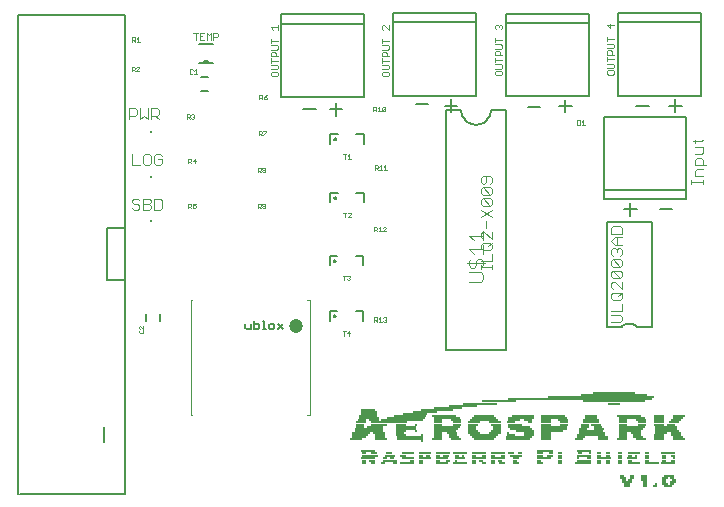
<source format=gto>
G75*
%MOIN*%
%OFA0B0*%
%FSLAX24Y24*%
%IPPOS*%
%LPD*%
%AMOC8*
5,1,8,0,0,1.08239X$1,22.5*
%
%ADD10R,0.0160X0.0080*%
%ADD11R,0.0480X0.0080*%
%ADD12R,0.0400X0.0080*%
%ADD13R,0.0240X0.0080*%
%ADD14R,0.0560X0.0080*%
%ADD15R,0.0080X0.0080*%
%ADD16R,0.0320X0.0080*%
%ADD17R,0.0210X0.0070*%
%ADD18R,0.0140X0.0070*%
%ADD19R,0.0280X0.0070*%
%ADD20R,0.0070X0.0070*%
%ADD21R,0.0350X0.0070*%
%ADD22R,0.0420X0.0070*%
%ADD23R,0.0910X0.0070*%
%ADD24R,0.0700X0.0070*%
%ADD25R,0.0840X0.0070*%
%ADD26R,0.0490X0.0070*%
%ADD27R,0.0560X0.0070*%
%ADD28R,0.0980X0.0070*%
%ADD29R,0.0630X0.0070*%
%ADD30R,0.0770X0.0070*%
%ADD31R,0.1190X0.0070*%
%ADD32R,0.1400X0.0070*%
%ADD33R,0.1260X0.0070*%
%ADD34R,0.1050X0.0070*%
%ADD35R,0.1120X0.0070*%
%ADD36R,0.2100X0.0070*%
%ADD37R,0.4830X0.0070*%
%ADD38R,0.3570X0.0070*%
%ADD39R,0.2240X0.0070*%
%ADD40C,0.0060*%
%ADD41C,0.0030*%
%ADD42C,0.0010*%
%ADD43C,0.0020*%
%ADD44C,0.0080*%
%ADD45C,0.0039*%
%ADD46C,0.0050*%
%ADD47C,0.0472*%
%ADD48R,0.0079X0.0079*%
%ADD49C,0.0040*%
D10*
X012280Y001815D03*
X012280Y001895D03*
X012600Y001815D03*
X012920Y001815D03*
X013000Y001975D03*
X013240Y001975D03*
X013320Y001815D03*
X013880Y001895D03*
X014200Y001895D03*
X014200Y001815D03*
X014200Y002055D03*
X014440Y002055D03*
X014760Y002055D03*
X014760Y001895D03*
X015080Y001895D03*
X015400Y002055D03*
X015960Y002055D03*
X015960Y001895D03*
X015960Y001815D03*
X016200Y001895D03*
X016280Y001815D03*
X016280Y002055D03*
X016600Y002055D03*
X016600Y001895D03*
X016600Y001815D03*
X016840Y001895D03*
X016920Y002055D03*
X017320Y001895D03*
X017480Y002135D03*
X018120Y001895D03*
X018520Y002135D03*
X018840Y002135D03*
X018840Y002055D03*
X018840Y001975D03*
X018840Y001895D03*
X018840Y001815D03*
X019480Y002135D03*
X019800Y001975D03*
X020120Y001895D03*
X020120Y001815D03*
X020120Y002055D03*
X020120Y002135D03*
X020440Y002135D03*
X020440Y002055D03*
X020440Y001895D03*
X020440Y001815D03*
X020840Y001815D03*
X020840Y001895D03*
X020840Y001975D03*
X020840Y002055D03*
X020840Y002135D03*
X021160Y002055D03*
X021160Y001895D03*
X021720Y001895D03*
X021720Y001975D03*
X021720Y002055D03*
X021720Y002135D03*
X022280Y002055D03*
X022280Y001975D03*
X022280Y001895D03*
X022600Y001895D03*
X022600Y002055D03*
X012280Y002135D03*
D11*
X012440Y002215D03*
X012440Y001975D03*
X013160Y001895D03*
X013720Y001815D03*
X014920Y002135D03*
X015480Y002135D03*
X015480Y001815D03*
X016120Y001975D03*
X016120Y002135D03*
X016760Y002135D03*
X016760Y001975D03*
X018280Y001975D03*
X019640Y001895D03*
X019640Y002055D03*
X019640Y002215D03*
X020280Y001975D03*
X021880Y001815D03*
X022440Y001815D03*
X022440Y002135D03*
D12*
X021280Y002135D03*
X021280Y001815D03*
X017360Y002055D03*
X014880Y001975D03*
X014880Y001815D03*
X014320Y001975D03*
X014320Y002135D03*
X013760Y002135D03*
X013760Y001975D03*
D13*
X013600Y002055D03*
X013120Y002135D03*
X012640Y002135D03*
X012560Y001895D03*
X015040Y002055D03*
X016880Y001815D03*
X017200Y002135D03*
X017360Y001975D03*
X017360Y001815D03*
X018160Y001815D03*
X018160Y002055D03*
X018160Y002135D03*
X018480Y002055D03*
D14*
X018320Y002215D03*
X019600Y001815D03*
X012480Y002055D03*
D15*
X015360Y001895D03*
X015600Y002055D03*
X019440Y001975D03*
X019840Y002135D03*
X021360Y002055D03*
X022640Y001975D03*
D16*
X021240Y001975D03*
X015480Y001975D03*
X013160Y002055D03*
D17*
X020921Y001316D03*
X021061Y001106D03*
X021061Y001036D03*
X021621Y001246D03*
X021621Y001316D03*
X021621Y001386D03*
X022321Y001316D03*
X022321Y001106D03*
X022601Y001176D03*
D18*
X022566Y001106D03*
X022636Y001246D03*
X022566Y001316D03*
X022286Y001246D03*
X022286Y001176D03*
X022006Y001036D03*
X021656Y001036D03*
X021656Y001106D03*
X021656Y001176D03*
X021236Y001316D03*
X021236Y001386D03*
X021166Y001246D03*
X020956Y001246D03*
X020886Y001386D03*
X017840Y003170D03*
D19*
X017770Y003240D03*
X017210Y003170D03*
X016720Y003030D03*
X016720Y002960D03*
X017210Y002750D03*
X015880Y002960D03*
X015880Y003030D03*
X015390Y003100D03*
X015390Y003170D03*
X015250Y002750D03*
X014760Y002750D03*
X014760Y002680D03*
X014760Y002820D03*
X014760Y003100D03*
X014760Y003170D03*
X014760Y003240D03*
X013500Y002820D03*
X012240Y003240D03*
X012170Y003100D03*
X012170Y003030D03*
X018960Y003100D03*
X018960Y003170D03*
X019590Y002960D03*
X019660Y003030D03*
X019660Y003100D03*
X020080Y003030D03*
X019520Y002680D03*
X019450Y002610D03*
X020920Y002680D03*
X020920Y002750D03*
X020920Y002820D03*
X020920Y003100D03*
X020920Y003170D03*
X020920Y003240D03*
X021550Y003170D03*
X021550Y003100D03*
X021410Y002750D03*
X022530Y003100D03*
X022426Y001036D03*
D20*
X022041Y001106D03*
X017105Y002820D03*
X014235Y002750D03*
X014235Y002540D03*
X014025Y002890D03*
X014025Y003100D03*
D21*
X013535Y003100D03*
X013535Y002890D03*
X013535Y002750D03*
X012835Y002750D03*
X012835Y002680D03*
X012625Y003240D03*
X012205Y003170D03*
X014725Y002610D03*
X015215Y002820D03*
X015285Y002680D03*
X015355Y002610D03*
X015915Y002890D03*
X015915Y003100D03*
X015355Y003240D03*
X016685Y003100D03*
X016685Y002890D03*
X017805Y002820D03*
X017805Y002750D03*
X018365Y002750D03*
X018365Y002680D03*
X018365Y002610D03*
X018365Y002820D03*
X018365Y003100D03*
X018365Y003170D03*
X018365Y003240D03*
X018925Y003240D03*
X020045Y003100D03*
X020115Y002960D03*
X020255Y002680D03*
X020255Y002610D03*
X020885Y002610D03*
X021375Y002820D03*
X021445Y002680D03*
X021515Y002610D03*
X022145Y002610D03*
X022145Y002680D03*
X022145Y002750D03*
X022145Y003100D03*
X022145Y003170D03*
X022145Y003240D03*
X022145Y003310D03*
X022145Y003380D03*
X022635Y003170D03*
X022705Y003240D03*
X022775Y003310D03*
X022705Y002820D03*
X022705Y002750D03*
X022775Y002680D03*
X021515Y003240D03*
X022461Y001386D03*
X021061Y001176D03*
D22*
X022810Y002610D03*
X022180Y002820D03*
X022810Y003380D03*
X020640Y003800D03*
X019870Y003380D03*
X019870Y003310D03*
X017280Y003240D03*
X016650Y003170D03*
X016650Y002820D03*
X015950Y002820D03*
X015950Y003170D03*
X012870Y002610D03*
X012800Y002820D03*
X012030Y002610D03*
D23*
X013815Y002610D03*
X013815Y002680D03*
X015075Y003030D03*
X015075Y003310D03*
X017525Y003310D03*
X017455Y002680D03*
X018645Y002960D03*
X018645Y003030D03*
X018645Y003310D03*
X019905Y002820D03*
X021235Y003030D03*
X021235Y003310D03*
D24*
X016300Y003380D03*
X016300Y002610D03*
X013710Y002960D03*
X013710Y003030D03*
X012450Y003310D03*
D25*
X013990Y003450D03*
X014340Y003520D03*
X014970Y003380D03*
X015040Y002960D03*
X016300Y002680D03*
X016300Y003310D03*
X017420Y002610D03*
X018610Y003380D03*
X019870Y002890D03*
X021130Y003380D03*
X021200Y002960D03*
X022390Y002890D03*
D26*
X017315Y003100D03*
X012415Y003590D03*
X012135Y002680D03*
D27*
X012170Y002750D03*
X012660Y003030D03*
X012800Y003100D03*
X012450Y003450D03*
X012450Y003520D03*
X019870Y003240D03*
X019870Y003170D03*
D28*
X019870Y002750D03*
X016300Y002750D03*
X016300Y003240D03*
X015600Y003730D03*
X015110Y003660D03*
X012450Y002960D03*
X012450Y002890D03*
D29*
X012205Y002820D03*
X012415Y003380D03*
X017665Y002890D03*
D30*
X017525Y002960D03*
X017455Y003030D03*
X017595Y003380D03*
X018575Y002890D03*
X021165Y002890D03*
X022355Y002960D03*
X022355Y003030D03*
X015005Y002890D03*
D31*
X013115Y003170D03*
D32*
X013570Y003240D03*
X020640Y004150D03*
D33*
X013710Y003310D03*
D34*
X013815Y003380D03*
X014725Y003590D03*
D35*
X016160Y003800D03*
X016790Y003870D03*
D36*
X020640Y003870D03*
D37*
X019485Y003940D03*
D38*
X020185Y004010D03*
D39*
X020640Y004080D03*
D40*
X021168Y010057D02*
X021168Y010484D01*
X021381Y010270D02*
X020954Y010270D01*
X022148Y010294D02*
X022575Y010294D01*
X022672Y013521D02*
X022672Y013948D01*
X022885Y013734D02*
X022458Y013734D01*
X021795Y013733D02*
X021368Y013733D01*
X019217Y013715D02*
X018790Y013715D01*
X019004Y013502D02*
X019004Y013929D01*
X018174Y013701D02*
X017747Y013701D01*
X015413Y013726D02*
X014986Y013726D01*
X015200Y013513D02*
X015200Y013940D01*
X014441Y013770D02*
X014014Y013770D01*
X011575Y013611D02*
X011148Y013611D01*
X011362Y013398D02*
X011362Y013825D01*
X010682Y013622D02*
X010255Y013622D01*
X007098Y014219D02*
X006862Y014219D01*
X006862Y014691D02*
X007098Y014691D01*
X005490Y006791D02*
X005490Y006555D01*
X005018Y006555D02*
X005018Y006791D01*
D41*
X005119Y010264D02*
X004934Y010264D01*
X004934Y010634D01*
X005119Y010634D01*
X005181Y010573D01*
X005181Y010511D01*
X005119Y010449D01*
X004934Y010449D01*
X004813Y010387D02*
X004813Y010326D01*
X004751Y010264D01*
X004628Y010264D01*
X004566Y010326D01*
X004628Y010449D02*
X004751Y010449D01*
X004813Y010387D01*
X004813Y010573D02*
X004751Y010634D01*
X004628Y010634D01*
X004566Y010573D01*
X004566Y010511D01*
X004628Y010449D01*
X005119Y010449D02*
X005181Y010387D01*
X005181Y010326D01*
X005119Y010264D01*
X005303Y010264D02*
X005488Y010264D01*
X005550Y010326D01*
X005550Y010573D01*
X005488Y010634D01*
X005303Y010634D01*
X005303Y010264D01*
X005370Y011751D02*
X005309Y011813D01*
X005309Y012060D01*
X005370Y012121D01*
X005494Y012121D01*
X005556Y012060D01*
X005556Y011936D02*
X005432Y011936D01*
X005556Y011936D02*
X005556Y011813D01*
X005494Y011751D01*
X005370Y011751D01*
X005187Y011813D02*
X005187Y012060D01*
X005125Y012121D01*
X005002Y012121D01*
X004940Y012060D01*
X004940Y011813D01*
X005002Y011751D01*
X005125Y011751D01*
X005187Y011813D01*
X004819Y011751D02*
X004572Y011751D01*
X004572Y012121D01*
X004467Y013269D02*
X004467Y013639D01*
X004652Y013639D01*
X004714Y013578D01*
X004714Y013454D01*
X004652Y013392D01*
X004467Y013392D01*
X004835Y013269D02*
X004959Y013392D01*
X005082Y013269D01*
X005082Y013639D01*
X005204Y013639D02*
X005389Y013639D01*
X005451Y013578D01*
X005451Y013454D01*
X005389Y013392D01*
X005204Y013392D01*
X005204Y013269D02*
X005204Y013639D01*
X005327Y013392D02*
X005451Y013269D01*
X004835Y013269D02*
X004835Y013639D01*
X016189Y011310D02*
X016189Y011187D01*
X016251Y011125D01*
X016312Y011125D01*
X016374Y011187D01*
X016374Y011372D01*
X016497Y011372D02*
X016251Y011372D01*
X016189Y011310D01*
X016497Y011372D02*
X016559Y011310D01*
X016559Y011187D01*
X016497Y011125D01*
X016497Y011004D02*
X016251Y011004D01*
X016497Y010757D01*
X016559Y010818D01*
X016559Y010942D01*
X016497Y011004D01*
X016251Y011004D02*
X016189Y010942D01*
X016189Y010818D01*
X016251Y010757D01*
X016497Y010757D01*
X016497Y010635D02*
X016251Y010635D01*
X016497Y010388D01*
X016559Y010450D01*
X016559Y010574D01*
X016497Y010635D01*
X016251Y010635D02*
X016189Y010574D01*
X016189Y010450D01*
X016251Y010388D01*
X016497Y010388D01*
X016559Y010267D02*
X016189Y010020D01*
X016374Y009899D02*
X016374Y009652D01*
X016312Y009530D02*
X016251Y009530D01*
X016189Y009469D01*
X016189Y009345D01*
X016251Y009283D01*
X016251Y009162D02*
X016497Y009162D01*
X016559Y009100D01*
X016559Y008977D01*
X016497Y008915D01*
X016251Y008915D01*
X016189Y008977D01*
X016189Y009100D01*
X016251Y009162D01*
X016436Y009039D02*
X016559Y009162D01*
X016559Y009283D02*
X016312Y009530D01*
X016559Y009530D02*
X016559Y009283D01*
X016559Y008794D02*
X016559Y008547D01*
X016189Y008547D01*
X016189Y008425D02*
X016189Y008301D01*
X016189Y008363D02*
X016559Y008363D01*
X016559Y008301D02*
X016559Y008425D01*
X016559Y010020D02*
X016189Y010267D01*
X020532Y009646D02*
X020532Y009461D01*
X020902Y009461D01*
X020902Y009646D01*
X020841Y009708D01*
X020594Y009708D01*
X020532Y009646D01*
X020656Y009339D02*
X020902Y009339D01*
X020717Y009339D02*
X020717Y009093D01*
X020656Y009093D02*
X020902Y009093D01*
X020841Y008971D02*
X020902Y008909D01*
X020902Y008786D01*
X020841Y008724D01*
X020841Y008603D02*
X020902Y008541D01*
X020902Y008418D01*
X020841Y008356D01*
X020594Y008603D01*
X020841Y008603D01*
X020594Y008603D02*
X020532Y008541D01*
X020532Y008418D01*
X020594Y008356D01*
X020841Y008356D01*
X020841Y008234D02*
X020902Y008173D01*
X020902Y008049D01*
X020841Y007988D01*
X020594Y008234D01*
X020841Y008234D01*
X020594Y008234D02*
X020532Y008173D01*
X020532Y008049D01*
X020594Y007988D01*
X020841Y007988D01*
X020902Y007866D02*
X020902Y007619D01*
X020656Y007866D01*
X020594Y007866D01*
X020532Y007804D01*
X020532Y007681D01*
X020594Y007619D01*
X020594Y007498D02*
X020841Y007498D01*
X020902Y007436D01*
X020902Y007313D01*
X020841Y007251D01*
X020594Y007251D01*
X020532Y007313D01*
X020532Y007436D01*
X020594Y007498D01*
X020779Y007374D02*
X020902Y007498D01*
X020902Y007130D02*
X020902Y006883D01*
X020532Y006883D01*
X020532Y006761D02*
X020841Y006761D01*
X020902Y006699D01*
X020902Y006576D01*
X020841Y006514D01*
X020532Y006514D01*
X020594Y008724D02*
X020532Y008786D01*
X020532Y008909D01*
X020594Y008971D01*
X020656Y008971D01*
X020717Y008909D01*
X020779Y008971D01*
X020841Y008971D01*
X020717Y008909D02*
X020717Y008848D01*
X020656Y009093D02*
X020532Y009216D01*
X020656Y009339D01*
X023210Y011123D02*
X023210Y011246D01*
X023210Y011185D02*
X023580Y011185D01*
X023580Y011246D02*
X023580Y011123D01*
X023580Y011369D02*
X023333Y011369D01*
X023333Y011554D01*
X023395Y011615D01*
X023580Y011615D01*
X023580Y011737D02*
X023580Y011922D01*
X023518Y011984D01*
X023395Y011984D01*
X023333Y011922D01*
X023333Y011737D01*
X023703Y011737D01*
X023518Y012105D02*
X023333Y012105D01*
X023518Y012105D02*
X023580Y012167D01*
X023580Y012352D01*
X023333Y012352D01*
X023333Y012473D02*
X023333Y012597D01*
X023271Y012535D02*
X023518Y012535D01*
X023580Y012597D01*
D42*
X019657Y013085D02*
X019557Y013085D01*
X019607Y013085D02*
X019607Y013235D01*
X019557Y013185D01*
X019510Y013210D02*
X019485Y013235D01*
X019410Y013235D01*
X019410Y013085D01*
X019485Y013085D01*
X019510Y013110D01*
X019510Y013210D01*
X013005Y013560D02*
X012980Y013535D01*
X012930Y013535D01*
X012905Y013560D01*
X013005Y013660D01*
X013005Y013560D01*
X013005Y013660D02*
X012980Y013685D01*
X012930Y013685D01*
X012905Y013660D01*
X012905Y013560D01*
X012857Y013535D02*
X012757Y013535D01*
X012710Y013535D02*
X012660Y013585D01*
X012685Y013585D02*
X012610Y013585D01*
X012610Y013535D02*
X012610Y013685D01*
X012685Y013685D01*
X012710Y013660D01*
X012710Y013610D01*
X012685Y013585D01*
X012757Y013635D02*
X012807Y013685D01*
X012807Y013535D01*
X011807Y012110D02*
X011807Y011960D01*
X011757Y011960D02*
X011857Y011960D01*
X011757Y012060D02*
X011807Y012110D01*
X011710Y012110D02*
X011610Y012110D01*
X011660Y012110D02*
X011660Y011960D01*
X012660Y011735D02*
X012660Y011585D01*
X012660Y011635D02*
X012735Y011635D01*
X012760Y011660D01*
X012760Y011710D01*
X012735Y011735D01*
X012660Y011735D01*
X012710Y011635D02*
X012760Y011585D01*
X012807Y011585D02*
X012907Y011585D01*
X012955Y011585D02*
X013055Y011585D01*
X013005Y011585D02*
X013005Y011735D01*
X012955Y011685D01*
X012857Y011735D02*
X012857Y011585D01*
X012807Y011685D02*
X012857Y011735D01*
X011832Y010160D02*
X011782Y010160D01*
X011757Y010135D01*
X011710Y010160D02*
X011610Y010160D01*
X011660Y010160D02*
X011660Y010010D01*
X011757Y010010D02*
X011857Y010110D01*
X011857Y010135D01*
X011832Y010160D01*
X011857Y010010D02*
X011757Y010010D01*
X012635Y009685D02*
X012635Y009535D01*
X012635Y009585D02*
X012710Y009585D01*
X012735Y009610D01*
X012735Y009660D01*
X012710Y009685D01*
X012635Y009685D01*
X012685Y009585D02*
X012735Y009535D01*
X012782Y009535D02*
X012882Y009535D01*
X012930Y009535D02*
X013030Y009635D01*
X013030Y009660D01*
X013005Y009685D01*
X012955Y009685D01*
X012930Y009660D01*
X012832Y009685D02*
X012832Y009535D01*
X012930Y009535D02*
X013030Y009535D01*
X012832Y009685D02*
X012782Y009635D01*
X011807Y008060D02*
X011832Y008035D01*
X011832Y008010D01*
X011807Y007985D01*
X011832Y007960D01*
X011832Y007935D01*
X011807Y007910D01*
X011757Y007910D01*
X011732Y007935D01*
X011782Y007985D02*
X011807Y007985D01*
X011807Y008060D02*
X011757Y008060D01*
X011732Y008035D01*
X011685Y008060D02*
X011585Y008060D01*
X011635Y008060D02*
X011635Y007910D01*
X012645Y006675D02*
X012720Y006675D01*
X012745Y006650D01*
X012745Y006600D01*
X012720Y006575D01*
X012645Y006575D01*
X012645Y006525D02*
X012645Y006675D01*
X012695Y006575D02*
X012745Y006525D01*
X012792Y006525D02*
X012892Y006525D01*
X012842Y006525D02*
X012842Y006675D01*
X012792Y006625D01*
X012940Y006650D02*
X012965Y006675D01*
X013015Y006675D01*
X013040Y006650D01*
X013040Y006625D01*
X013015Y006600D01*
X013040Y006575D01*
X013040Y006550D01*
X013015Y006525D01*
X012965Y006525D01*
X012940Y006550D01*
X012990Y006600D02*
X013015Y006600D01*
X011807Y006210D02*
X011807Y006060D01*
X011832Y006135D02*
X011732Y006135D01*
X011807Y006210D01*
X011685Y006210D02*
X011585Y006210D01*
X011635Y006210D02*
X011635Y006060D01*
X008982Y010310D02*
X009007Y010335D01*
X009007Y010435D01*
X008982Y010460D01*
X008932Y010460D01*
X008907Y010435D01*
X008907Y010410D01*
X008932Y010385D01*
X009007Y010385D01*
X008982Y010310D02*
X008932Y010310D01*
X008907Y010335D01*
X008860Y010310D02*
X008810Y010360D01*
X008835Y010360D02*
X008760Y010360D01*
X008760Y010310D02*
X008760Y010460D01*
X008835Y010460D01*
X008860Y010435D01*
X008860Y010385D01*
X008835Y010360D01*
X008860Y011510D02*
X008810Y011560D01*
X008835Y011560D02*
X008760Y011560D01*
X008760Y011510D02*
X008760Y011660D01*
X008835Y011660D01*
X008860Y011635D01*
X008860Y011585D01*
X008835Y011560D01*
X008907Y011560D02*
X008932Y011585D01*
X008982Y011585D01*
X009007Y011560D01*
X009007Y011535D01*
X008982Y011510D01*
X008932Y011510D01*
X008907Y011535D01*
X008907Y011560D01*
X008932Y011585D02*
X008907Y011610D01*
X008907Y011635D01*
X008932Y011660D01*
X008982Y011660D01*
X009007Y011635D01*
X009007Y011610D01*
X008982Y011585D01*
X008932Y012735D02*
X008932Y012760D01*
X009032Y012860D01*
X009032Y012885D01*
X008932Y012885D01*
X008885Y012860D02*
X008885Y012810D01*
X008860Y012785D01*
X008785Y012785D01*
X008785Y012735D02*
X008785Y012885D01*
X008860Y012885D01*
X008885Y012860D01*
X008835Y012785D02*
X008885Y012735D01*
X008910Y013935D02*
X008860Y013985D01*
X008885Y013985D02*
X008810Y013985D01*
X008810Y013935D02*
X008810Y014085D01*
X008885Y014085D01*
X008910Y014060D01*
X008910Y014010D01*
X008885Y013985D01*
X008957Y013960D02*
X008982Y013935D01*
X009032Y013935D01*
X009057Y013960D01*
X009057Y013985D01*
X009032Y014010D01*
X008957Y014010D01*
X008957Y013960D01*
X008957Y014010D02*
X009007Y014060D01*
X009057Y014085D01*
X006731Y014797D02*
X006631Y014797D01*
X006681Y014797D02*
X006681Y014947D01*
X006631Y014897D01*
X006583Y014922D02*
X006558Y014947D01*
X006508Y014947D01*
X006483Y014922D01*
X006483Y014822D01*
X006508Y014797D01*
X006558Y014797D01*
X006583Y014822D01*
X006557Y013435D02*
X006607Y013435D01*
X006632Y013410D01*
X006632Y013385D01*
X006607Y013360D01*
X006632Y013335D01*
X006632Y013310D01*
X006607Y013285D01*
X006557Y013285D01*
X006532Y013310D01*
X006485Y013285D02*
X006435Y013335D01*
X006460Y013335D02*
X006385Y013335D01*
X006385Y013285D02*
X006385Y013435D01*
X006460Y013435D01*
X006485Y013410D01*
X006485Y013360D01*
X006460Y013335D01*
X006532Y013410D02*
X006557Y013435D01*
X006582Y013360D02*
X006607Y013360D01*
X006657Y011960D02*
X006582Y011885D01*
X006682Y011885D01*
X006657Y011810D02*
X006657Y011960D01*
X006535Y011935D02*
X006535Y011885D01*
X006510Y011860D01*
X006435Y011860D01*
X006435Y011810D02*
X006435Y011960D01*
X006510Y011960D01*
X006535Y011935D01*
X006485Y011860D02*
X006535Y011810D01*
X006510Y010460D02*
X006535Y010435D01*
X006535Y010385D01*
X006510Y010360D01*
X006435Y010360D01*
X006435Y010310D02*
X006435Y010460D01*
X006510Y010460D01*
X006582Y010460D02*
X006582Y010385D01*
X006632Y010410D01*
X006657Y010410D01*
X006682Y010385D01*
X006682Y010335D01*
X006657Y010310D01*
X006607Y010310D01*
X006582Y010335D01*
X006535Y010310D02*
X006485Y010360D01*
X006582Y010460D02*
X006682Y010460D01*
X004941Y006392D02*
X004941Y006292D01*
X004841Y006392D01*
X004816Y006392D01*
X004791Y006367D01*
X004791Y006317D01*
X004816Y006292D01*
X004816Y006245D02*
X004791Y006220D01*
X004791Y006170D01*
X004816Y006145D01*
X004916Y006145D01*
X004941Y006170D01*
X004941Y006220D01*
X004916Y006245D01*
X004812Y014875D02*
X004712Y014875D01*
X004812Y014975D01*
X004812Y015000D01*
X004787Y015025D01*
X004737Y015025D01*
X004712Y015000D01*
X004665Y015000D02*
X004665Y014950D01*
X004640Y014925D01*
X004565Y014925D01*
X004565Y014875D02*
X004565Y015025D01*
X004640Y015025D01*
X004665Y015000D01*
X004615Y014925D02*
X004665Y014875D01*
X004675Y015865D02*
X004625Y015915D01*
X004650Y015915D02*
X004575Y015915D01*
X004575Y015865D02*
X004575Y016015D01*
X004650Y016015D01*
X004675Y015990D01*
X004675Y015940D01*
X004650Y015915D01*
X004722Y015865D02*
X004822Y015865D01*
X004772Y015865D02*
X004772Y016015D01*
X004722Y015965D01*
D43*
X006611Y016152D02*
X006758Y016152D01*
X006684Y016152D02*
X006684Y015931D01*
X006832Y015931D02*
X006832Y016152D01*
X006979Y016152D01*
X007053Y016152D02*
X007126Y016078D01*
X007200Y016152D01*
X007200Y015931D01*
X007274Y015931D02*
X007274Y016152D01*
X007384Y016152D01*
X007421Y016115D01*
X007421Y016042D01*
X007384Y016005D01*
X007274Y016005D01*
X007053Y015931D02*
X007053Y016152D01*
X006905Y016042D02*
X006832Y016042D01*
X006832Y015931D02*
X006979Y015931D01*
X009200Y015967D02*
X009200Y015820D01*
X009200Y015893D02*
X009420Y015893D01*
X009383Y015746D02*
X009200Y015746D01*
X009200Y015599D02*
X009383Y015599D01*
X009420Y015636D01*
X009420Y015709D01*
X009383Y015746D01*
X009310Y015525D02*
X009237Y015525D01*
X009200Y015488D01*
X009200Y015378D01*
X009420Y015378D01*
X009347Y015378D02*
X009347Y015488D01*
X009310Y015525D01*
X009200Y015304D02*
X009200Y015157D01*
X009200Y015230D02*
X009420Y015230D01*
X009383Y015083D02*
X009200Y015083D01*
X009200Y014936D02*
X009383Y014936D01*
X009420Y014973D01*
X009420Y015046D01*
X009383Y015083D01*
X009383Y014862D02*
X009237Y014862D01*
X009200Y014825D01*
X009200Y014752D01*
X009237Y014715D01*
X009383Y014715D01*
X009420Y014752D01*
X009420Y014825D01*
X009383Y014862D01*
X009420Y016262D02*
X009420Y016409D01*
X009420Y016335D02*
X009200Y016335D01*
X009273Y016262D01*
X012900Y016299D02*
X012937Y016262D01*
X012900Y016299D02*
X012900Y016372D01*
X012937Y016409D01*
X012973Y016409D01*
X013120Y016262D01*
X013120Y016409D01*
X012900Y015967D02*
X012900Y015820D01*
X012900Y015893D02*
X013120Y015893D01*
X013083Y015746D02*
X012900Y015746D01*
X012900Y015599D02*
X013083Y015599D01*
X013120Y015636D01*
X013120Y015709D01*
X013083Y015746D01*
X013010Y015525D02*
X013047Y015488D01*
X013047Y015378D01*
X013120Y015378D02*
X012900Y015378D01*
X012900Y015488D01*
X012937Y015525D01*
X013010Y015525D01*
X012900Y015304D02*
X012900Y015157D01*
X012900Y015230D02*
X013120Y015230D01*
X013083Y015083D02*
X012900Y015083D01*
X012900Y014936D02*
X013083Y014936D01*
X013120Y014973D01*
X013120Y015046D01*
X013083Y015083D01*
X013083Y014862D02*
X012937Y014862D01*
X012900Y014825D01*
X012900Y014752D01*
X012937Y014715D01*
X013083Y014715D01*
X013120Y014752D01*
X013120Y014825D01*
X013083Y014862D01*
X016675Y014850D02*
X016712Y014887D01*
X016858Y014887D01*
X016895Y014850D01*
X016895Y014777D01*
X016858Y014740D01*
X016712Y014740D01*
X016675Y014777D01*
X016675Y014850D01*
X016675Y014961D02*
X016858Y014961D01*
X016895Y014998D01*
X016895Y015071D01*
X016858Y015108D01*
X016675Y015108D01*
X016675Y015182D02*
X016675Y015329D01*
X016675Y015255D02*
X016895Y015255D01*
X016895Y015403D02*
X016675Y015403D01*
X016675Y015513D01*
X016712Y015550D01*
X016785Y015550D01*
X016822Y015513D01*
X016822Y015403D01*
X016858Y015624D02*
X016675Y015624D01*
X016675Y015771D02*
X016858Y015771D01*
X016895Y015734D01*
X016895Y015661D01*
X016858Y015624D01*
X016675Y015845D02*
X016675Y015992D01*
X016675Y015918D02*
X016895Y015918D01*
X016858Y016287D02*
X016895Y016324D01*
X016895Y016397D01*
X016858Y016434D01*
X016822Y016434D01*
X016785Y016397D01*
X016785Y016360D01*
X016785Y016397D02*
X016748Y016434D01*
X016712Y016434D01*
X016675Y016397D01*
X016675Y016324D01*
X016712Y016287D01*
X020400Y016422D02*
X020510Y016312D01*
X020510Y016459D01*
X020620Y016422D02*
X020400Y016422D01*
X020400Y016017D02*
X020400Y015870D01*
X020400Y015943D02*
X020620Y015943D01*
X020583Y015796D02*
X020400Y015796D01*
X020400Y015649D02*
X020583Y015649D01*
X020620Y015686D01*
X020620Y015759D01*
X020583Y015796D01*
X020510Y015575D02*
X020437Y015575D01*
X020400Y015538D01*
X020400Y015428D01*
X020620Y015428D01*
X020547Y015428D02*
X020547Y015538D01*
X020510Y015575D01*
X020400Y015354D02*
X020400Y015207D01*
X020400Y015280D02*
X020620Y015280D01*
X020583Y015133D02*
X020400Y015133D01*
X020400Y014986D02*
X020583Y014986D01*
X020620Y015023D01*
X020620Y015096D01*
X020583Y015133D01*
X020583Y014912D02*
X020437Y014912D01*
X020400Y014875D01*
X020400Y014802D01*
X020437Y014765D01*
X020583Y014765D01*
X020620Y014802D01*
X020620Y014875D01*
X020583Y014912D01*
D44*
X000778Y016746D02*
X000778Y000794D01*
X000818Y000794D02*
X004322Y000794D01*
X004322Y007904D01*
X003731Y007904D01*
X003731Y009636D01*
X004322Y009636D01*
X004322Y007904D01*
X004322Y009636D02*
X004322Y016746D01*
X000778Y016746D01*
X009538Y016772D02*
X009538Y016457D01*
X012294Y016457D01*
X012294Y014016D01*
X009538Y014016D01*
X009538Y016457D01*
X009538Y016772D02*
X012294Y016772D01*
X012294Y016457D01*
X013263Y016507D02*
X016019Y016507D01*
X016019Y014066D01*
X013263Y014066D01*
X013263Y016507D01*
X013263Y016822D01*
X016019Y016822D01*
X016019Y016507D01*
X017038Y016482D02*
X019794Y016482D01*
X019794Y014041D01*
X017038Y014041D01*
X017038Y016482D01*
X017038Y016797D01*
X019794Y016797D01*
X019794Y016482D01*
X020763Y016507D02*
X023519Y016507D01*
X023519Y014066D01*
X020763Y014066D01*
X020763Y016507D01*
X020763Y016822D01*
X023519Y016822D01*
X023519Y016507D01*
X023045Y013366D02*
X020289Y013366D01*
X020289Y010925D01*
X023045Y010925D01*
X023045Y010610D01*
X020289Y010610D01*
X020289Y010925D01*
X023045Y010925D02*
X023045Y013366D01*
X012281Y012781D02*
X012281Y012466D01*
X012281Y012781D02*
X012045Y012781D01*
X011415Y012781D02*
X011179Y012781D01*
X011179Y012466D01*
X011179Y010831D02*
X011179Y010516D01*
X011179Y010831D02*
X011415Y010831D01*
X012045Y010831D02*
X012281Y010831D01*
X012281Y010516D01*
X012256Y008731D02*
X012020Y008731D01*
X012256Y008731D02*
X012256Y008416D01*
X011390Y008731D02*
X011154Y008731D01*
X011154Y008416D01*
X011154Y006881D02*
X011154Y006566D01*
X011154Y006881D02*
X011390Y006881D01*
X012020Y006881D02*
X012256Y006881D01*
X012256Y006566D01*
X003643Y003020D02*
X003643Y002520D01*
D45*
X006514Y003422D02*
X006573Y003422D01*
X006514Y003422D02*
X006514Y007240D01*
X006573Y007240D01*
X010392Y007240D02*
X010490Y007240D01*
X010490Y003422D01*
X010392Y003422D01*
D46*
X009596Y006280D02*
X009416Y006460D01*
X009301Y006415D02*
X009256Y006460D01*
X009166Y006460D01*
X009121Y006415D01*
X009121Y006325D01*
X009166Y006280D01*
X009256Y006280D01*
X009301Y006325D01*
X009301Y006415D01*
X009416Y006280D02*
X009596Y006460D01*
X009015Y006280D02*
X008925Y006280D01*
X008970Y006280D02*
X008970Y006550D01*
X008925Y006550D01*
X008810Y006415D02*
X008765Y006460D01*
X008630Y006460D01*
X008630Y006550D02*
X008630Y006280D01*
X008765Y006280D01*
X008810Y006325D01*
X008810Y006415D01*
X008516Y006460D02*
X008516Y006280D01*
X008380Y006280D01*
X008335Y006325D01*
X008335Y006460D01*
X011283Y006703D02*
X011285Y006714D01*
X011290Y006724D01*
X011299Y006731D01*
X011309Y006735D01*
X011321Y006735D01*
X011331Y006731D01*
X011340Y006724D01*
X011345Y006714D01*
X011347Y006703D01*
X011345Y006692D01*
X011340Y006682D01*
X011331Y006675D01*
X011321Y006671D01*
X011309Y006671D01*
X011299Y006675D01*
X011290Y006682D01*
X011285Y006692D01*
X011283Y006703D01*
X011283Y008553D02*
X011285Y008564D01*
X011290Y008574D01*
X011299Y008581D01*
X011309Y008585D01*
X011321Y008585D01*
X011331Y008581D01*
X011340Y008574D01*
X011345Y008564D01*
X011347Y008553D01*
X011345Y008542D01*
X011340Y008532D01*
X011331Y008525D01*
X011321Y008521D01*
X011309Y008521D01*
X011299Y008525D01*
X011290Y008532D01*
X011285Y008542D01*
X011283Y008553D01*
X011308Y010653D02*
X011310Y010664D01*
X011315Y010674D01*
X011324Y010681D01*
X011334Y010685D01*
X011346Y010685D01*
X011356Y010681D01*
X011365Y010674D01*
X011370Y010664D01*
X011372Y010653D01*
X011370Y010642D01*
X011365Y010632D01*
X011356Y010625D01*
X011346Y010621D01*
X011334Y010621D01*
X011324Y010625D01*
X011315Y010632D01*
X011310Y010642D01*
X011308Y010653D01*
X011308Y012603D02*
X011310Y012614D01*
X011315Y012624D01*
X011324Y012631D01*
X011334Y012635D01*
X011346Y012635D01*
X011356Y012631D01*
X011365Y012624D01*
X011370Y012614D01*
X011372Y012603D01*
X011370Y012592D01*
X011365Y012582D01*
X011356Y012575D01*
X011346Y012571D01*
X011334Y012571D01*
X011324Y012575D01*
X011315Y012582D01*
X011310Y012592D01*
X011308Y012603D01*
X015030Y013595D02*
X015530Y013595D01*
X015532Y013551D01*
X015538Y013508D01*
X015547Y013466D01*
X015560Y013424D01*
X015577Y013384D01*
X015597Y013345D01*
X015620Y013308D01*
X015647Y013274D01*
X015676Y013241D01*
X015709Y013212D01*
X015743Y013185D01*
X015780Y013162D01*
X015819Y013142D01*
X015859Y013125D01*
X015901Y013112D01*
X015943Y013103D01*
X015986Y013097D01*
X016030Y013095D01*
X016074Y013097D01*
X016117Y013103D01*
X016159Y013112D01*
X016201Y013125D01*
X016241Y013142D01*
X016280Y013162D01*
X016317Y013185D01*
X016351Y013212D01*
X016384Y013241D01*
X016413Y013274D01*
X016440Y013308D01*
X016463Y013345D01*
X016483Y013384D01*
X016500Y013424D01*
X016513Y013466D01*
X016522Y013508D01*
X016528Y013551D01*
X016530Y013595D01*
X017030Y013595D01*
X017030Y005595D01*
X015030Y005595D01*
X015030Y013595D01*
X020380Y009855D02*
X020380Y006355D01*
X020880Y006355D01*
X020907Y006380D01*
X020937Y006402D01*
X020969Y006420D01*
X021003Y006435D01*
X021038Y006447D01*
X021075Y006455D01*
X021111Y006459D01*
X021149Y006459D01*
X021185Y006455D01*
X021222Y006447D01*
X021257Y006435D01*
X021291Y006420D01*
X021323Y006402D01*
X021353Y006380D01*
X021380Y006355D01*
X021880Y006355D01*
X021880Y009855D01*
X020380Y009855D01*
X007266Y015140D02*
X006794Y015140D01*
X006951Y015219D02*
X007109Y015219D01*
X007266Y015770D02*
X006794Y015770D01*
D47*
X010018Y006374D03*
D48*
X005197Y009878D03*
X005197Y011356D03*
X005191Y012856D03*
D49*
X015799Y009400D02*
X016260Y009400D01*
X016260Y009247D02*
X016260Y009553D01*
X015953Y009247D02*
X015799Y009400D01*
X015799Y008940D02*
X016260Y008940D01*
X016260Y009093D02*
X016260Y008786D01*
X016183Y008633D02*
X016106Y008633D01*
X016029Y008556D01*
X016029Y008402D01*
X015953Y008326D01*
X015876Y008326D01*
X015799Y008402D01*
X015799Y008556D01*
X015876Y008633D01*
X015953Y008786D02*
X015799Y008940D01*
X016183Y008633D02*
X016260Y008556D01*
X016260Y008402D01*
X016183Y008326D01*
X016183Y008172D02*
X015799Y008172D01*
X015799Y007865D02*
X016183Y007865D01*
X016260Y007942D01*
X016260Y008096D01*
X016183Y008172D01*
X016336Y008479D02*
X015722Y008479D01*
M02*

</source>
